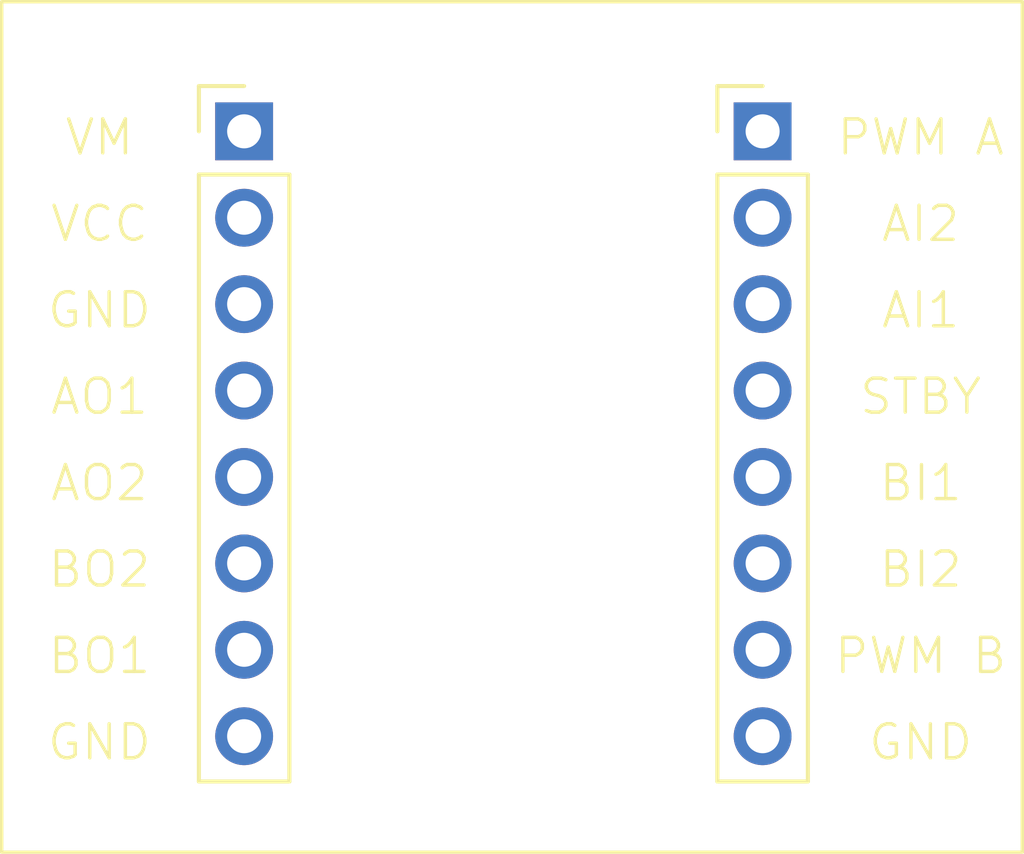
<source format=kicad_pcb>
(kicad_pcb (version 20240108) (generator "pcbnew") (generator_version "8.0")
  (layers (0 "F.Cu" signal) (31 "B.Cu" signal) (34 "B.Paste" user) (35 "F.Paste" user) (36 "B.SilkS" user "B.Silkscreen") (37 "F.SilkS" user "F.Silkscreen") (38 "B.Mask" user) (39 "F.Mask" user) (44 "Edge.Cuts" user))
  (net 0 "")
  (footprint "Connector_PinHeader_2.54mm:PinHeader_1x08_P2.54mm_Vertical" (layer "F.Cu") (at 89.408 59.436)
    (property "Reference" "REF**" (hide yes))
    (property "Value" "PinHeader_1x08_P2.54mm_Vertical" (hide yes))
    (fp_line (start -1.33 -1.33) (end 0 -1.33) (stroke (width 0.12)) (layer "F.SilkS"))
    (fp_line (start -1.33 0) (end -1.33 -1.33) (stroke (width 0.12)) (layer "F.SilkS"))
    (fp_line (start -1.33 1.27) (end -1.33 19.11) (stroke (width 0.12)) (layer "F.SilkS"))
    (fp_line (start -1.33 1.27) (end 1.33 1.27) (stroke (width 0.12)) (layer "F.SilkS"))
    (fp_line (start -1.33 19.11) (end 1.33 19.11) (stroke (width 0.12)) (layer "F.SilkS"))
    (fp_line (start 1.33 1.27) (end 1.33 19.11) (stroke (width 0.12)) (layer "F.SilkS"))
    (pad "1" thru_hole rect (at 0 0) (size 1.7 1.7) (drill 1) (layers "*.Cu" "*.Mask"))
    (pad "2" thru_hole oval (at 0 2.54) (size 1.7 1.7) (drill 1) (layers "*.Cu" "*.Mask"))
    (pad "3" thru_hole oval (at 0 5.08) (size 1.7 1.7) (drill 1) (layers "*.Cu" "*.Mask"))
    (pad "4" thru_hole oval (at 0 7.62) (size 1.7 1.7) (drill 1) (layers "*.Cu" "*.Mask"))
    (pad "5" thru_hole oval (at 0 10.16) (size 1.7 1.7) (drill 1) (layers "*.Cu" "*.Mask"))
    (pad "6" thru_hole oval (at 0 12.7) (size 1.7 1.7) (drill 1) (layers "*.Cu" "*.Mask"))
    (pad "7" thru_hole oval (at 0 15.24) (size 1.7 1.7) (drill 1) (layers "*.Cu" "*.Mask"))
    (pad "8" thru_hole oval (at 0 17.78) (size 1.7 1.7) (drill 1) (layers "*.Cu" "*.Mask"))
  )
  (footprint "Connector_PinHeader_2.54mm:PinHeader_1x08_P2.54mm_Vertical" (layer "F.Cu") (at 104.648 59.436)
    (property "Reference" "REF**" (hide yes))
    (property "Value" "PinHeader_1x08_P2.54mm_Vertical" (hide yes))
    (fp_line (start -1.33 -1.33) (end 0 -1.33) (stroke (width 0.12)) (layer "F.SilkS"))
    (fp_line (start -1.33 0) (end -1.33 -1.33) (stroke (width 0.12)) (layer "F.SilkS"))
    (fp_line (start -1.33 1.27) (end -1.33 19.11) (stroke (width 0.12)) (layer "F.SilkS"))
    (fp_line (start -1.33 1.27) (end 1.33 1.27) (stroke (width 0.12)) (layer "F.SilkS"))
    (fp_line (start -1.33 19.11) (end 1.33 19.11) (stroke (width 0.12)) (layer "F.SilkS"))
    (fp_line (start 1.33 1.27) (end 1.33 19.11) (stroke (width 0.12)) (layer "F.SilkS"))
    (pad "9" thru_hole rect (at 0 0) (size 1.7 1.7) (drill 1) (layers "*.Cu" "*.Mask"))
    (pad "10" thru_hole oval (at 0 2.54) (size 1.7 1.7) (drill 1) (layers "*.Cu" "*.Mask"))
    (pad "11" thru_hole oval (at 0 5.08) (size 1.7 1.7) (drill 1) (layers "*.Cu" "*.Mask"))
    (pad "12" thru_hole oval (at 0 7.62) (size 1.7 1.7) (drill 1) (layers "*.Cu" "*.Mask"))
    (pad "13" thru_hole oval (at 0 10.16) (size 1.7 1.7) (drill 1) (layers "*.Cu" "*.Mask"))
    (pad "14" thru_hole oval (at 0 12.7) (size 1.7 1.7) (drill 1) (layers "*.Cu" "*.Mask"))
    (pad "15" thru_hole oval (at 0 15.24) (size 1.7 1.7) (drill 1) (layers "*.Cu" "*.Mask"))
    (pad "16" thru_hole oval (at 0 17.78) (size 1.7 1.7) (drill 1) (layers "*.Cu" "*.Mask"))
  )
  (gr_rect (start 82.282 55.626) (end 112.282 80.626) (stroke (width 0.1)) (fill none) (layer "F.SilkS"))
  (gr_text "BO1" (at 83.589809 75.438 0) (layer "F.SilkS") (effects (font (size 1 1) (thickness 0.1)) (justify left bottom)))
  (gr_text "AI2\n" (at 108.084857 62.738 0) (layer "F.SilkS") (effects (font (size 1 1) (thickness 0.1)) (justify left bottom)))
  (gr_text "BI1" (at 108.013429 70.358 0) (layer "F.SilkS") (effects (font (size 1 1) (thickness 0.1)) (justify left bottom)))
  (gr_text "GND" (at 83.566 77.978 0) (layer "F.SilkS") (effects (font (size 1 1) (thickness 0.1)) (justify left bottom)))
  (gr_text "VCC" (at 83.661238 62.738 0) (layer "F.SilkS") (effects (font (size 1 1) (thickness 0.1)) (justify left bottom)))
  (gr_text "VM" (at 84.089809 60.198 0) (layer "F.SilkS") (effects (font (size 1 1) (thickness 0.1)) (justify left bottom)))
  (gr_text "AO2" (at 83.661238 70.358 0) (layer "F.SilkS") (effects (font (size 1 1) (thickness 0.1)) (justify left bottom)))
  (gr_text "BO2\n" (at 83.589809 72.898 0) (layer "F.SilkS") (effects (font (size 1 1) (thickness 0.1)) (justify left bottom)))
  (gr_text "AO1" (at 83.661238 67.818 0) (layer "F.SilkS") (effects (font (size 1 1) (thickness 0.1)) (justify left bottom)))
  (gr_text "PWM A" (at 106.775333 60.198 0) (layer "F.SilkS") (effects (font (size 1 1) (thickness 0.1)) (justify left bottom)))
  (gr_text "PWM B" (at 106.703905 75.438 0) (layer "F.SilkS") (effects (font (size 1 1) (thickness 0.1)) (justify left bottom)))
  (gr_text "GND" (at 107.703905 77.978 0) (layer "F.SilkS") (effects (font (size 1 1) (thickness 0.1)) (justify left bottom)))
  (gr_text "STBY" (at 107.442 67.818 0) (layer "F.SilkS") (effects (font (size 1 1) (thickness 0.1)) (justify left bottom)))
  (gr_text "BI2" (at 108.013429 72.898 0) (layer "F.SilkS") (effects (font (size 1 1) (thickness 0.1)) (justify left bottom)))
  (gr_text "AI1" (at 108.084857 65.278 0) (layer "F.SilkS") (effects (font (size 1 1) (thickness 0.1)) (justify left bottom)))
  (gr_text "GND" (at 83.566 65.278 0) (layer "F.SilkS") (effects (font (size 1 1) (thickness 0.1)) (justify left bottom)))
)
</source>
